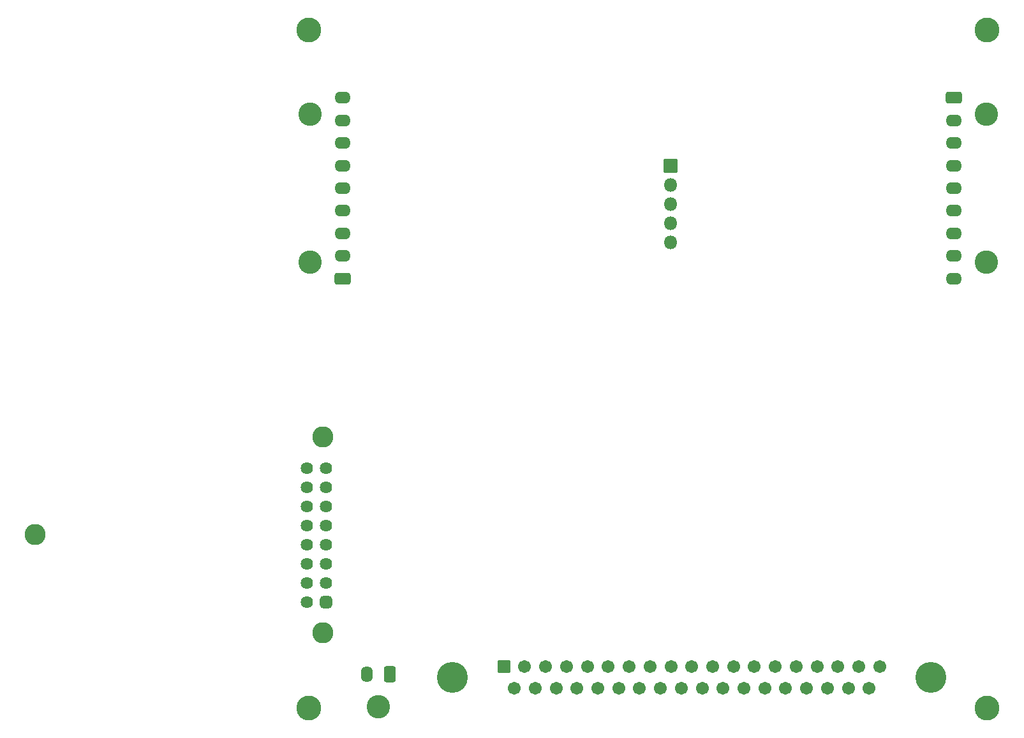
<source format=gbr>
%TF.GenerationSoftware,KiCad,Pcbnew,(6.0.2)*%
%TF.CreationDate,2022-03-24T13:41:09-04:00*%
%TF.ProjectId,MC_Telem,4d435f54-656c-4656-9d2e-6b696361645f,rev?*%
%TF.SameCoordinates,Original*%
%TF.FileFunction,Soldermask,Bot*%
%TF.FilePolarity,Negative*%
%FSLAX46Y46*%
G04 Gerber Fmt 4.6, Leading zero omitted, Abs format (unit mm)*
G04 Created by KiCad (PCBNEW (6.0.2)) date 2022-03-24 13:41:09*
%MOMM*%
%LPD*%
G01*
G04 APERTURE LIST*
G04 Aperture macros list*
%AMRoundRect*
0 Rectangle with rounded corners*
0 $1 Rounding radius*
0 $2 $3 $4 $5 $6 $7 $8 $9 X,Y pos of 4 corners*
0 Add a 4 corners polygon primitive as box body*
4,1,4,$2,$3,$4,$5,$6,$7,$8,$9,$2,$3,0*
0 Add four circle primitives for the rounded corners*
1,1,$1+$1,$2,$3*
1,1,$1+$1,$4,$5*
1,1,$1+$1,$6,$7*
1,1,$1+$1,$8,$9*
0 Add four rect primitives between the rounded corners*
20,1,$1+$1,$2,$3,$4,$5,0*
20,1,$1+$1,$4,$5,$6,$7,0*
20,1,$1+$1,$6,$7,$8,$9,0*
20,1,$1+$1,$8,$9,$2,$3,0*%
G04 Aperture macros list end*
%ADD10C,3.302000*%
%ADD11C,3.102000*%
%ADD12RoundRect,0.301001X0.759999X-0.499999X0.759999X0.499999X-0.759999X0.499999X-0.759999X-0.499999X0*%
%ADD13O,2.122000X1.602000*%
%ADD14RoundRect,0.301001X0.499999X0.759999X-0.499999X0.759999X-0.499999X-0.759999X0.499999X-0.759999X0*%
%ADD15O,1.602000X2.122000*%
%ADD16RoundRect,0.051000X-0.850000X-0.850000X0.850000X-0.850000X0.850000X0.850000X-0.850000X0.850000X0*%
%ADD17O,1.802000X1.802000*%
%ADD18C,2.802000*%
%ADD19RoundRect,0.432000X0.381000X-0.381000X0.381000X0.381000X-0.381000X0.381000X-0.381000X-0.381000X0*%
%ADD20C,1.626000*%
%ADD21RoundRect,0.301001X-0.759999X0.499999X-0.759999X-0.499999X0.759999X-0.499999X0.759999X0.499999X0*%
%ADD22C,4.102000*%
%ADD23RoundRect,0.051000X-0.800000X-0.800000X0.800000X-0.800000X0.800000X0.800000X-0.800000X0.800000X0*%
%ADD24C,1.702000*%
G04 APERTURE END LIST*
D10*
%TO.C,H1*%
X80000000Y-65000000D03*
%TD*%
%TO.C,H2*%
X170000000Y-65000000D03*
%TD*%
%TO.C,H4*%
X170000000Y-155000000D03*
%TD*%
D11*
%TO.C,J4*%
X80137000Y-76150000D03*
X80137000Y-95850000D03*
D12*
X84457000Y-98000000D03*
D13*
X84457000Y-95000000D03*
X84457000Y-92000000D03*
X84457000Y-89000000D03*
X84457000Y-86000000D03*
X84457000Y-83000000D03*
X84457000Y-80000000D03*
X84457000Y-77000000D03*
X84457000Y-74000000D03*
%TD*%
D11*
%TO.C,J8*%
X89200000Y-154845000D03*
D14*
X90700000Y-150525000D03*
D15*
X87700000Y-150525000D03*
%TD*%
D16*
%TO.C,J9*%
X128000000Y-83050000D03*
D17*
X128000000Y-85590000D03*
X128000000Y-88130000D03*
X128000000Y-90670000D03*
X128000000Y-93210000D03*
%TD*%
D18*
%TO.C,U9*%
X81820000Y-118989800D03*
X81820000Y-144989800D03*
X43620000Y-131989800D03*
D19*
X82280000Y-140949800D03*
D20*
X79740000Y-140949800D03*
X82280000Y-138409800D03*
X79740000Y-138409800D03*
X82280000Y-135869800D03*
X79740000Y-135869800D03*
X82280000Y-133329800D03*
X79740000Y-133329800D03*
X82280000Y-130789800D03*
X79740000Y-130789800D03*
X82280000Y-128249800D03*
X79740000Y-128249800D03*
X82280000Y-125709800D03*
X79740000Y-125709800D03*
X82280000Y-123169800D03*
X79740000Y-123169800D03*
%TD*%
D11*
%TO.C,J3*%
X169890000Y-76150000D03*
X169890000Y-95850000D03*
D21*
X165570000Y-74000000D03*
D13*
X165570000Y-77000000D03*
X165570000Y-80000000D03*
X165570000Y-83000000D03*
X165570000Y-86000000D03*
X165570000Y-89000000D03*
X165570000Y-92000000D03*
X165570000Y-95000000D03*
X165570000Y-98000000D03*
%TD*%
D10*
%TO.C,H3*%
X80000000Y-155000000D03*
%TD*%
D22*
%TO.C,J7*%
X162530000Y-150920000D03*
X99030000Y-150920000D03*
D23*
X105850000Y-149500000D03*
D24*
X108620000Y-149500000D03*
X111390000Y-149500000D03*
X114160000Y-149500000D03*
X116930000Y-149500000D03*
X119700000Y-149500000D03*
X122470000Y-149500000D03*
X125240000Y-149500000D03*
X128010000Y-149500000D03*
X130780000Y-149500000D03*
X133550000Y-149500000D03*
X136320000Y-149500000D03*
X139090000Y-149500000D03*
X141860000Y-149500000D03*
X144630000Y-149500000D03*
X147400000Y-149500000D03*
X150170000Y-149500000D03*
X152940000Y-149500000D03*
X155710000Y-149500000D03*
X107235000Y-152340000D03*
X110005000Y-152340000D03*
X112775000Y-152340000D03*
X115545000Y-152340000D03*
X118315000Y-152340000D03*
X121085000Y-152340000D03*
X123855000Y-152340000D03*
X126625000Y-152340000D03*
X129395000Y-152340000D03*
X132165000Y-152340000D03*
X134935000Y-152340000D03*
X137705000Y-152340000D03*
X140475000Y-152340000D03*
X143245000Y-152340000D03*
X146015000Y-152340000D03*
X148785000Y-152340000D03*
X151555000Y-152340000D03*
X154325000Y-152340000D03*
%TD*%
M02*

</source>
